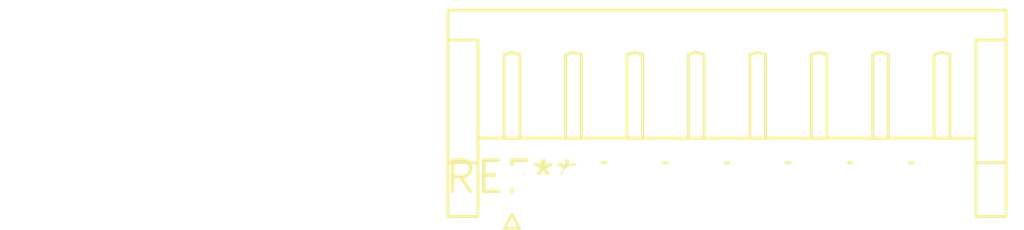
<source format=kicad_pcb>
(kicad_pcb (version 20240108) (generator pcbnew)
  (layers (0 "F.Cu" signal) (31 "B.Cu" signal) (34 "B.Paste" user) (35 "F.Paste" user) (36 "B.SilkS" user "B.Silkscreen") (37 "F.SilkS" user "F.Silkscreen") (38 "B.Mask" user) (39 "F.Mask" user) (44 "Edge.Cuts" user))
  (net 0 "")
  (footprint "JST_EH_S8B-EH_1x08_P2.50mm_Horizontal" (layer "F.Cu") (at 0 0)
    (property "Reference" "REF**")
    (property "Value" "JST_EH_S8B-EH_1x08_P2.50mm_Horizontal")
    (fp_line (start -2.61 -6.81) (end 20.11 -6.81) (layer "F.SilkS") (stroke (width 0.12)))
    (fp_line (start -2.61 -5.59) (end -1.39 -5.59) (layer "F.SilkS") (stroke (width 0.12)))
    (fp_line (start -2.61 1.61) (end -2.61 -6.81) (layer "F.SilkS") (stroke (width 0.12)))
    (fp_line (start -1.39 -5.59) (end -1.39 -0.59) (layer "F.SilkS") (stroke (width 0.12)))
    (fp_line (start -1.39 -1.59) (end 18.89 -1.59) (layer "F.SilkS") (stroke (width 0.12)))
    (fp_line (start -1.39 -0.59) (end -2.61 -0.59) (layer "F.SilkS") (stroke (width 0.12)))
    (fp_line (start -1.39 -0.59) (end -1.39 1.61) (layer "F.SilkS") (stroke (width 0.12)))
    (fp_line (start -1.39 1.61) (end -2.61 1.61) (layer "F.SilkS") (stroke (width 0.12)))
    (fp_line (start -0.32 -5.01) (end 0 -5.09) (layer "F.SilkS") (stroke (width 0.12)))
    (fp_line (start -0.32 -1.59) (end -0.32 -5.01) (layer "F.SilkS") (stroke (width 0.12)))
    (fp_line (start -0.3 2.1) (end 0.3 2.1) (layer "F.SilkS") (stroke (width 0.12)))
    (fp_line (start 0 -5.09) (end 0.32 -5.01) (layer "F.SilkS") (stroke (width 0.12)))
    (fp_line (start 0 -1.59) (end -0.32 -1.59) (layer "F.SilkS") (stroke (width 0.12)))
    (fp_line (start 0 1.5) (end -0.3 2.1) (layer "F.SilkS") (stroke (width 0.12)))
    (fp_line (start 0.3 2.1) (end 0 1.5) (layer "F.SilkS") (stroke (width 0.12)))
    (fp_line (start 0.32 -5.01) (end 0.32 -1.59) (layer "F.SilkS") (stroke (width 0.12)))
    (fp_line (start 0.32 -1.59) (end 0 -1.59) (layer "F.SilkS") (stroke (width 0.12)))
    (fp_line (start 1.17 -0.59) (end 1.33 -0.59) (layer "F.SilkS") (stroke (width 0.12)))
    (fp_line (start 2.18 -5.01) (end 2.5 -5.09) (layer "F.SilkS") (stroke (width 0.12)))
    (fp_line (start 2.18 -1.59) (end 2.18 -5.01) (layer "F.SilkS") (stroke (width 0.12)))
    (fp_line (start 2.5 -5.09) (end 2.82 -5.01) (layer "F.SilkS") (stroke (width 0.12)))
    (fp_line (start 2.5 -1.59) (end 2.18 -1.59) (layer "F.SilkS") (stroke (width 0.12)))
    (fp_line (start 2.82 -5.01) (end 2.82 -1.59) (layer "F.SilkS") (stroke (width 0.12)))
    (fp_line (start 2.82 -1.59) (end 2.5 -1.59) (layer "F.SilkS") (stroke (width 0.12)))
    (fp_line (start 3.67 -0.59) (end 3.83 -0.59) (layer "F.SilkS") (stroke (width 0.12)))
    (fp_line (start 4.68 -5.01) (end 5 -5.09) (layer "F.SilkS") (stroke (width 0.12)))
    (fp_line (start 4.68 -1.59) (end 4.68 -5.01) (layer "F.SilkS") (stroke (width 0.12)))
    (fp_line (start 5 -5.09) (end 5.32 -5.01) (layer "F.SilkS") (stroke (width 0.12)))
    (fp_line (start 5 -1.59) (end 4.68 -1.59) (layer "F.SilkS") (stroke (width 0.12)))
    (fp_line (start 5.32 -5.01) (end 5.32 -1.59) (layer "F.SilkS") (stroke (width 0.12)))
    (fp_line (start 5.32 -1.59) (end 5 -1.59) (layer "F.SilkS") (stroke (width 0.12)))
    (fp_line (start 6.17 -0.59) (end 6.33 -0.59) (layer "F.SilkS") (stroke (width 0.12)))
    (fp_line (start 7.18 -5.01) (end 7.5 -5.09) (layer "F.SilkS") (stroke (width 0.12)))
    (fp_line (start 7.18 -1.59) (end 7.18 -5.01) (layer "F.SilkS") (stroke (width 0.12)))
    (fp_line (start 7.5 -5.09) (end 7.82 -5.01) (layer "F.SilkS") (stroke (width 0.12)))
    (fp_line (start 7.5 -1.59) (end 7.18 -1.59) (layer "F.SilkS") (stroke (width 0.12)))
    (fp_line (start 7.82 -5.01) (end 7.82 -1.59) (layer "F.SilkS") (stroke (width 0.12)))
    (fp_line (start 7.82 -1.59) (end 7.5 -1.59) (layer "F.SilkS") (stroke (width 0.12)))
    (fp_line (start 8.67 -0.59) (end 8.83 -0.59) (layer "F.SilkS") (stroke (width 0.12)))
    (fp_line (start 9.68 -5.01) (end 10 -5.09) (layer "F.SilkS") (stroke (width 0.12)))
    (fp_line (start 9.68 -1.59) (end 9.68 -5.01) (layer "F.SilkS") (stroke (width 0.12)))
    (fp_line (start 10 -5.09) (end 10.32 -5.01) (layer "F.SilkS") (stroke (width 0.12)))
    (fp_line (start 10 -1.59) (end 9.68 -1.59) (layer "F.SilkS") (stroke (width 0.12)))
    (fp_line (start 10.32 -5.01) (end 10.32 -1.59) (layer "F.SilkS") (stroke (width 0.12)))
    (fp_line (start 10.32 -1.59) (end 10 -1.59) (layer "F.SilkS") (stroke (width 0.12)))
    (fp_line (start 11.17 -0.59) (end 11.33 -0.59) (layer "F.SilkS") (stroke (width 0.12)))
    (fp_line (start 12.18 -5.01) (end 12.5 -5.09) (layer "F.SilkS") (stroke (width 0.12)))
    (fp_line (start 12.18 -1.59) (end 12.18 -5.01) (layer "F.SilkS") (stroke (width 0.12)))
    (fp_line (start 12.5 -5.09) (end 12.82 -5.01) (layer "F.SilkS") (stroke (width 0.12)))
    (fp_line (start 12.5 -1.59) (end 12.18 -1.59) (layer "F.SilkS") (stroke (width 0.12)))
    (fp_line (start 12.82 -5.01) (end 12.82 -1.59) (layer "F.SilkS") (stroke (width 0.12)))
    (fp_line (start 12.82 -1.59) (end 12.5 -1.59) (layer "F.SilkS") (stroke (width 0.12)))
    (fp_line (start 13.67 -0.59) (end 13.83 -0.59) (layer "F.SilkS") (stroke (width 0.12)))
    (fp_line (start 14.68 -5.01) (end 15 -5.09) (layer "F.SilkS") (stroke (width 0.12)))
    (fp_line (start 14.68 -1.59) (end 14.68 -5.01) (layer "F.SilkS") (stroke (width 0.12)))
    (fp_line (start 15 -5.09) (end 15.32 -5.01) (layer "F.SilkS") (stroke (width 0.12)))
    (fp_line (start 15 -1.59) (end 14.68 -1.59) (layer "F.SilkS") (stroke (width 0.12)))
    (fp_line (start 15.32 -5.01) (end 15.32 -1.59) (layer "F.SilkS") (stroke (width 0.12)))
    (fp_line (start 15.32 -1.59) (end 15 -1.59) (layer "F.SilkS") (stroke (width 0.12)))
    (fp_line (start 16.17 -0.59) (end 16.33 -0.59) (layer "F.SilkS") (stroke (width 0.12)))
    (fp_line (start 17.18 -5.01) (end 17.5 -5.09) (layer "F.SilkS") (stroke (width 0.12)))
    (fp_line (start 17.18 -1.59) (end 17.18 -5.01) (layer "F.SilkS") (stroke (width 0.12)))
    (fp_line (start 17.5 -5.09) (end 17.82 -5.01) (layer "F.SilkS") (stroke (width 0.12)))
    (fp_line (start 17.5 -1.59) (end 17.18 -1.59) (layer "F.SilkS") (stroke (width 0.12)))
    (fp_line (start 17.82 -5.01) (end 17.82 -1.59) (layer "F.SilkS") (stroke (width 0.12)))
    (fp_line (start 17.82 -1.59) (end 17.5 -1.59) (layer "F.SilkS") (stroke (width 0.12)))
    (fp_line (start 18.89 -5.59) (end 18.89 -0.59) (layer "F.SilkS") (stroke (width 0.12)))
    (fp_line (start 18.89 -0.59) (end 20.11 -0.59) (layer "F.SilkS") (stroke (width 0.12)))
    (fp_line (start 18.89 1.61) (end 18.89 -0.59) (layer "F.SilkS") (stroke (width 0.12)))
    (fp_line (start 20.11 -6.81) (end 20.11 1.61) (layer "F.SilkS") (stroke (width 0.12)))
    (fp_line (start 20.11 -5.59) (end 18.89 -5.59) (layer "F.SilkS") (stroke (width 0.12)))
    (fp_line (start 20.11 1.61) (end 18.89 1.61) (layer "F.SilkS") (stroke (width 0.12)))
    (pad "1" thru_hole roundrect (at 0 0) (size 1.7 1.95) (drill 0.95) (layers *.Cu *.Mask) (remove_unused_layers) (roundrect_rratio 0.147059))
    (pad "2" thru_hole oval (at 2.5 0) (size 1.7 1.95) (drill 0.95) (layers *.Cu *.Mask) (remove_unused_layers))
    (pad "3" thru_hole oval (at 5 0) (size 1.7 1.95) (drill 0.95) (layers *.Cu *.Mask) (remove_unused_layers))
    (pad "4" thru_hole oval (at 7.5 0) (size 1.7 1.95) (drill 0.95) (layers *.Cu *.Mask) (remove_unused_layers))
    (pad "5" thru_hole oval (at 10 0) (size 1.7 1.95) (drill 0.95) (layers *.Cu *.Mask) (remove_unused_layers))
    (pad "6" thru_hole oval (at 12.5 0) (size 1.7 1.95) (drill 0.95) (layers *.Cu *.Mask) (remove_unused_layers))
    (pad "7" thru_hole oval (at 15 0) (size 1.7 1.95) (drill 0.95) (layers *.Cu *.Mask) (remove_unused_layers))
    (pad "8" thru_hole oval (at 17.5 0) (size 1.7 1.95) (drill 0.95) (layers *.Cu *.Mask) (remove_unused_layers))
  )
)
</source>
